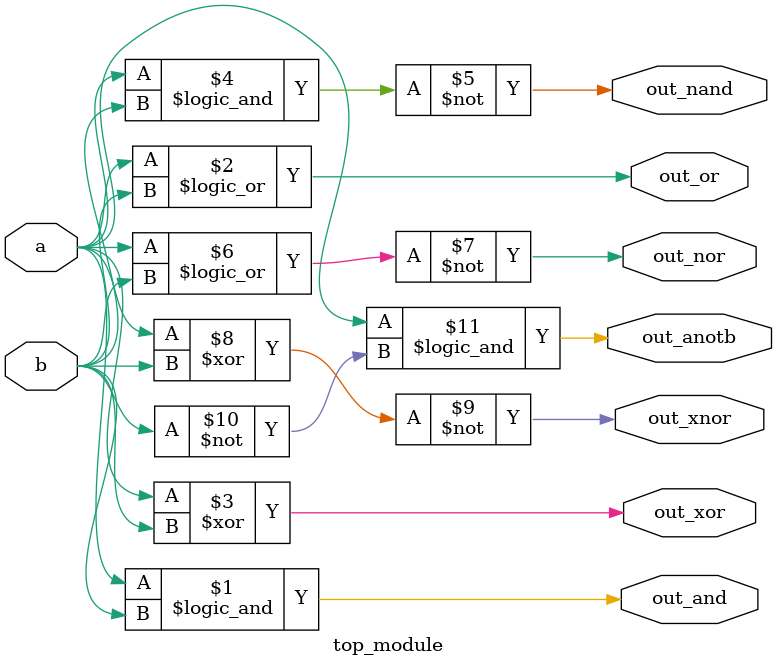
<source format=v>
module top_module (
    input  a,
    b,
    output out_and,
    output out_or,
    output out_xor,
    output out_nand,
    output out_nor,
    output out_xnor,
    output out_anotb
);
  assign out_and = a && b;
  assign out_or = a || b;
  assign out_xor = a ^ b;
  assign out_nand = ~(a && b);
  assign out_nor = ~(a || b);
  assign out_xnor = ~(a ^ b);
  assign out_anotb = a && ~b;
endmodule

</source>
